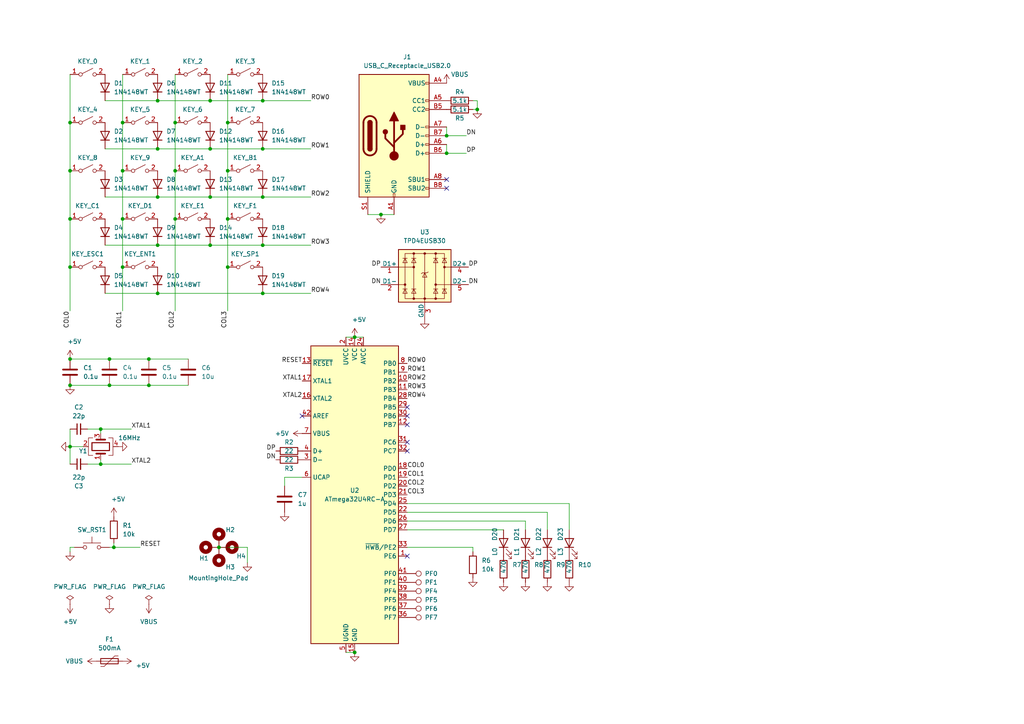
<source format=kicad_sch>
(kicad_sch (version 20210126) (generator eeschema)
  (paper "A4")
  (title_block (title "KiPad") (date "2021-04-15") (rev "A") (company "Brian S. Hong"))
  (lib_symbols
    (symbol "Connector:TestPoint" (pin_numbers hide) (pin_names (offset 0.762) hide)
      (property "Reference" "TP" (at 0 6.858 0))
      (property "Value" "TestPoint" (at 0 5.08 0))
      (symbol "TestPoint_0_1"
        (circle (center 0 3.302) (radius 0.762))
      )
      (symbol "TestPoint_1_1"
        (pin passive line (at 0 0 90) (length 2.54) (name "1") (number "1"))
      )
    )
    (symbol "Connector:USB_C_Receptacle_USB2.0" (pin_names (offset 1.016))
      (property "Reference" "J" (at -10.16 19.05 0))
      (property "Value" "USB_C_Receptacle_USB2.0" (at 19.05 19.05 0))
      (symbol "USB_C_Receptacle_USB2.0_0_0"
        (rectangle (start -0.254 -17.78) (end 0.254 -16.764))
        (rectangle (start 10.16 -14.986) (end 9.144 -15.494))
        (rectangle (start 10.16 -12.446) (end 9.144 -12.954))
        (rectangle (start 10.16 -4.826) (end 9.144 -5.334))
        (rectangle (start 10.16 -2.286) (end 9.144 -2.794))
        (rectangle (start 10.16 0.254) (end 9.144 -0.254))
        (rectangle (start 10.16 2.794) (end 9.144 2.286))
        (rectangle (start 10.16 7.874) (end 9.144 7.366))
        (rectangle (start 10.16 10.414) (end 9.144 9.906))
        (rectangle (start 10.16 15.494) (end 9.144 14.986))
      )
      (symbol "USB_C_Receptacle_USB2.0_0_1"
        (arc (start -8.89 -3.81) (end -5.08 -3.81) (radius (at -6.985 -3.81) (length 1.905) (angles -179.9 -0.1)) (stroke (width 0.508)))
        (arc (start -7.62 -3.81) (end -6.35 -3.81) (radius (at -6.985 -3.81) (length 0.635) (angles -179.9 -0.1)) (stroke (width 0.254)))
        (arc (start -7.62 -3.81) (end -6.35 -3.81) (radius (at -6.985 -3.81) (length 0.635) (angles -179.9 -0.1)) (stroke (width 0.254)) (fill (type outline)))
        (arc (start -6.35 3.81) (end -7.62 3.81) (radius (at -6.985 3.81) (length 0.635) (angles 0.1 179.9)) (stroke (width 0.254)) (fill (type outline)))
        (arc (start -6.35 3.81) (end -7.62 3.81) (radius (at -6.985 3.81) (length 0.635) (angles 0.1 179.9)) (stroke (width 0.254)))
        (arc (start -5.08 3.81) (end -8.89 3.81) (radius (at -6.985 3.81) (length 1.905) (angles 0.1 179.9)) (stroke (width 0.508)))
        (circle (center -2.54 1.143) (radius 0.635) (stroke (width 0.254)) (fill (type outline)))
        (circle (center 0 -5.842) (radius 1.27) (fill (type outline)))
        (rectangle (start -10.16 17.78) (end 10.16 -17.78) (stroke (width 0.254)) (fill (type background)))
        (rectangle (start -7.62 -3.81) (end -6.35 3.81) (stroke (width 0.254)) (fill (type outline)))
        (rectangle (start 1.905 1.778) (end 3.175 3.048) (stroke (width 0.254)) (fill (type outline)))
        (polyline (pts (xy -8.89 -3.81) (xy -8.89 3.81)) (stroke (width 0.508)))
        (polyline (pts (xy -5.08 3.81) (xy -5.08 -3.81)) (stroke (width 0.508)))
        (polyline (pts (xy 0 -5.842) (xy 0 4.318)) (stroke (width 0.508)))
        (polyline (pts (xy 0 -3.302) (xy -2.54 -0.762) (xy -2.54 0.508)) (stroke (width 0.508)))
        (polyline (pts (xy 0 -2.032) (xy 2.54 0.508) (xy 2.54 1.778)) (stroke (width 0.508)))
        (polyline (pts (xy -1.27 4.318) (xy 0 6.858) (xy 1.27 4.318) (xy -1.27 4.318)) (stroke (width 0.254)) (fill (type outline)))
      )
      (symbol "USB_C_Receptacle_USB2.0_1_1"
        (pin passive line (at 0 -22.86 90) (length 5.08) (name "GND") (number "A1"))
        (pin passive line (at 0 -22.86 90) (length 5.08) hide (name "GND") (number "A12"))
        (pin passive line (at 15.24 15.24 180) (length 5.08) (name "VBUS") (number "A4"))
        (pin bidirectional line (at 15.24 10.16 180) (length 5.08) (name "CC1") (number "A5"))
        (pin bidirectional line (at 15.24 -2.54 180) (length 5.08) (name "D+") (number "A6"))
        (pin bidirectional line (at 15.24 2.54 180) (length 5.08) (name "D-") (number "A7"))
        (pin bidirectional line (at 15.24 -12.7 180) (length 5.08) (name "SBU1") (number "A8"))
        (pin passive line (at 15.24 15.24 180) (length 5.08) hide (name "VBUS") (number "A9"))
        (pin passive line (at 0 -22.86 90) (length 5.08) hide (name "GND") (number "B1"))
        (pin passive line (at 0 -22.86 90) (length 5.08) hide (name "GND") (number "B12"))
        (pin passive line (at 15.24 15.24 180) (length 5.08) hide (name "VBUS") (number "B4"))
        (pin bidirectional line (at 15.24 7.62 180) (length 5.08) (name "CC2") (number "B5"))
        (pin bidirectional line (at 15.24 -5.08 180) (length 5.08) (name "D+") (number "B6"))
        (pin bidirectional line (at 15.24 0 180) (length 5.08) (name "D-") (number "B7"))
        (pin bidirectional line (at 15.24 -15.24 180) (length 5.08) (name "SBU2") (number "B8"))
        (pin passive line (at 15.24 15.24 180) (length 5.08) hide (name "VBUS") (number "B9"))
        (pin passive line (at -7.62 -22.86 90) (length 5.08) (name "SHIELD") (number "S1"))
      )
    )
    (symbol "Device:C" (pin_numbers hide) (pin_names (offset 0.254))
      (property "Reference" "C" (at 0.635 2.54 0))
      (property "Value" "C" (at 0.635 -2.54 0))
      (symbol "C_0_1"
        (polyline (pts (xy -2.032 -0.762) (xy 2.032 -0.762)) (stroke (width 0.508)))
        (polyline (pts (xy -2.032 0.762) (xy 2.032 0.762)) (stroke (width 0.508)))
      )
      (symbol "C_1_1"
        (pin passive line (at 0 3.81 270) (length 2.794) (name "~") (number "1"))
        (pin passive line (at 0 -3.81 90) (length 2.794) (name "~") (number "2"))
      )
    )
    (symbol "Device:C_Small" (pin_numbers hide) (pin_names (offset 0.254) hide)
      (property "Reference" "C" (at 0.254 1.778 0))
      (property "Value" "C_Small" (at 0.254 -2.032 0))
      (symbol "C_Small_0_1"
        (polyline (pts (xy -1.524 -0.508) (xy 1.524 -0.508)) (stroke (width 0.3302)))
        (polyline (pts (xy -1.524 0.508) (xy 1.524 0.508)) (stroke (width 0.3048)))
      )
      (symbol "C_Small_1_1"
        (pin passive line (at 0 2.54 270) (length 2.032) (name "~") (number "1"))
        (pin passive line (at 0 -2.54 90) (length 2.032) (name "~") (number "2"))
      )
    )
    (symbol "Device:Crystal_GND24" (pin_names (offset 1.016) hide)
      (property "Reference" "Y" (at 3.175 5.08 0))
      (property "Value" "Crystal_GND24" (at 3.175 3.175 0))
      (symbol "Crystal_GND24_0_1"
        (rectangle (start -1.143 2.54) (end 1.143 -2.54) (stroke (width 0.3048)))
        (polyline (pts (xy -2.54 0) (xy -2.032 0)))
        (polyline (pts (xy -2.032 -1.27) (xy -2.032 1.27)) (stroke (width 0.508)))
        (polyline (pts (xy 0 -3.81) (xy 0 -3.556)))
        (polyline (pts (xy 0 3.556) (xy 0 3.81)))
        (polyline (pts (xy 2.032 -1.27) (xy 2.032 1.27)) (stroke (width 0.508)))
        (polyline (pts (xy 2.032 0) (xy 2.54 0)))
        (polyline (pts (xy -2.54 -2.286) (xy -2.54 -3.556) (xy 2.54 -3.556) (xy 2.54 -2.286)))
        (polyline (pts (xy -2.54 2.286) (xy -2.54 3.556) (xy 2.54 3.556) (xy 2.54 2.286)))
      )
      (symbol "Crystal_GND24_1_1"
        (pin passive line (at -3.81 0 0) (length 1.27) (name "1") (number "1"))
        (pin passive line (at 0 5.08 270) (length 1.27) (name "2") (number "2"))
        (pin passive line (at 3.81 0 180) (length 1.27) (name "3") (number "3"))
        (pin passive line (at 0 -5.08 90) (length 1.27) (name "4") (number "4"))
      )
    )
    (symbol "Device:LED" (pin_numbers hide) (pin_names (offset 1.016) hide)
      (property "Reference" "D" (at 0 2.54 0))
      (property "Value" "LED" (at 0 -2.54 0))
      (symbol "LED_0_1"
        (polyline (pts (xy -1.27 -1.27) (xy -1.27 1.27)) (stroke (width 0.254)))
        (polyline (pts (xy -1.27 0) (xy 1.27 0)))
        (polyline (pts (xy 1.27 -1.27) (xy 1.27 1.27) (xy -1.27 0) (xy 1.27 -1.27)) (stroke (width 0.254)))
        (polyline (pts (xy -3.048 -0.762) (xy -4.572 -2.286) (xy -3.81 -2.286) (xy -4.572 -2.286) (xy -4.572 -1.524)))
        (polyline (pts (xy -1.778 -0.762) (xy -3.302 -2.286) (xy -2.54 -2.286) (xy -3.302 -2.286) (xy -3.302 -1.524)))
      )
      (symbol "LED_1_1"
        (pin passive line (at -3.81 0 0) (length 2.54) (name "K") (number "1"))
        (pin passive line (at 3.81 0 180) (length 2.54) (name "A") (number "2"))
      )
    )
    (symbol "Device:Polyfuse" (pin_numbers hide) (pin_names (offset 0))
      (property "Reference" "F" (at -2.54 0 90))
      (property "Value" "Polyfuse" (at 2.54 0 90))
      (symbol "Polyfuse_0_1"
        (rectangle (start -0.762 2.54) (end 0.762 -2.54) (stroke (width 0.254)))
        (polyline (pts (xy 0 2.54) (xy 0 -2.54)))
        (polyline (pts (xy -1.524 2.54) (xy -1.524 1.524) (xy 1.524 -1.524) (xy 1.524 -2.54)))
      )
      (symbol "Polyfuse_1_1"
        (pin passive line (at 0 3.81 270) (length 1.27) (name "~") (number "1"))
        (pin passive line (at 0 -3.81 90) (length 1.27) (name "~") (number "2"))
      )
    )
    (symbol "Device:R" (pin_numbers hide) (pin_names (offset 0))
      (property "Reference" "R" (at 2.032 0 90))
      (property "Value" "R" (at 0 0 90))
      (symbol "R_0_1"
        (rectangle (start -1.016 -2.54) (end 1.016 2.54) (stroke (width 0.254)))
      )
      (symbol "R_1_1"
        (pin passive line (at 0 3.81 270) (length 1.27) (name "~") (number "1"))
        (pin passive line (at 0 -3.81 90) (length 1.27) (name "~") (number "2"))
      )
    )
    (symbol "Diode:1N4148WT" (pin_numbers hide) (pin_names (offset 1.016) hide)
      (property "Reference" "D" (at 0 2.54 0))
      (property "Value" "1N4148WT" (at 0 -2.54 0))
      (symbol "1N4148WT_0_1"
        (polyline (pts (xy -1.27 1.27) (xy -1.27 -1.27)) (stroke (width 0.254)))
        (polyline (pts (xy 1.27 0) (xy -1.27 0)))
        (polyline (pts (xy 1.27 1.27) (xy 1.27 -1.27) (xy -1.27 0) (xy 1.27 1.27)) (stroke (width 0.254)))
      )
      (symbol "1N4148WT_1_1"
        (pin passive line (at -3.81 0 0) (length 2.54) (name "K") (number "1"))
        (pin passive line (at 3.81 0 180) (length 2.54) (name "A") (number "2"))
      )
    )
    (symbol "MCU_Microchip_ATmega:ATmega32U4RC-A"
      (property "Reference" "U" (at -12.7 44.45 0))
      (property "Value" "ATmega32U4RC-A" (at 2.54 -44.45 0))
      (symbol "ATmega32U4RC-A_0_1"
        (rectangle (start -12.7 -43.18) (end 12.7 43.18) (stroke (width 0.254)) (fill (type background)))
      )
      (symbol "ATmega32U4RC-A_1_1"
        (pin bidirectional line (at 15.24 -17.78 180) (length 2.54) (name "PE6") (number "1"))
        (pin bidirectional line (at 15.24 33.02 180) (length 2.54) (name "PB2") (number "10"))
        (pin bidirectional line (at 15.24 30.48 180) (length 2.54) (name "PB3") (number "11"))
        (pin bidirectional line (at 15.24 20.32 180) (length 2.54) (name "PB7") (number "12"))
        (pin input line (at -15.24 38.1 0) (length 2.54) (name "~RESET") (number "13"))
        (pin power_in line (at 0 45.72 270) (length 2.54) (name "VCC") (number "14"))
        (pin power_in line (at 0 -45.72 90) (length 2.54) (name "GND") (number "15"))
        (pin output line (at -15.24 27.94 0) (length 2.54) (name "XTAL2") (number "16"))
        (pin input line (at -15.24 33.02 0) (length 2.54) (name "XTAL1") (number "17"))
        (pin bidirectional line (at 15.24 7.62 180) (length 2.54) (name "PD0") (number "18"))
        (pin bidirectional line (at 15.24 5.08 180) (length 2.54) (name "PD1") (number "19"))
        (pin power_in line (at -2.54 45.72 270) (length 2.54) (name "UVCC") (number "2"))
        (pin bidirectional line (at 15.24 2.54 180) (length 2.54) (name "PD2") (number "20"))
        (pin bidirectional line (at 15.24 0 180) (length 2.54) (name "PD3") (number "21"))
        (pin bidirectional line (at 15.24 -5.08 180) (length 2.54) (name "PD5") (number "22"))
        (pin passive line (at 0 -45.72 90) (length 2.54) hide (name "GND") (number "23"))
        (pin power_in line (at 2.54 45.72 270) (length 2.54) (name "AVCC") (number "24"))
        (pin bidirectional line (at 15.24 -2.54 180) (length 2.54) (name "PD4") (number "25"))
        (pin bidirectional line (at 15.24 -7.62 180) (length 2.54) (name "PD6") (number "26"))
        (pin bidirectional line (at 15.24 -10.16 180) (length 2.54) (name "PD7") (number "27"))
        (pin bidirectional line (at 15.24 27.94 180) (length 2.54) (name "PB4") (number "28"))
        (pin bidirectional line (at 15.24 25.4 180) (length 2.54) (name "PB5") (number "29"))
        (pin bidirectional line (at -15.24 10.16 0) (length 2.54) (name "D-") (number "3"))
        (pin bidirectional line (at 15.24 22.86 180) (length 2.54) (name "PB6") (number "30"))
        (pin bidirectional line (at 15.24 15.24 180) (length 2.54) (name "PC6") (number "31"))
        (pin bidirectional line (at 15.24 12.7 180) (length 2.54) (name "PC7") (number "32"))
        (pin bidirectional line (at 15.24 -15.24 180) (length 2.54) (name "~HWB~/PE2") (number "33"))
        (pin passive line (at 0 45.72 270) (length 2.54) hide (name "VCC") (number "34"))
        (pin passive line (at 0 -45.72 90) (length 2.54) hide (name "GND") (number "35"))
        (pin bidirectional line (at 15.24 -35.56 180) (length 2.54) (name "PF7") (number "36"))
        (pin bidirectional line (at 15.24 -33.02 180) (length 2.54) (name "PF6") (number "37"))
        (pin bidirectional line (at 15.24 -30.48 180) (length 2.54) (name "PF5") (number "38"))
        (pin bidirectional line (at 15.24 -27.94 180) (length 2.54) (name "PF4") (number "39"))
        (pin bidirectional line (at -15.24 12.7 0) (length 2.54) (name "D+") (number "4"))
        (pin bidirectional line (at 15.24 -25.4 180) (length 2.54) (name "PF1") (number "40"))
        (pin bidirectional line (at 15.24 -22.86 180) (length 2.54) (name "PF0") (number "41"))
        (pin passive line (at -15.24 22.86 0) (length 2.54) (name "AREF") (number "42"))
        (pin passive line (at 0 -45.72 90) (length 2.54) hide (name "GND") (number "43"))
        (pin passive line (at 2.54 45.72 270) (length 2.54) hide (name "AVCC") (number "44"))
        (pin passive line (at -2.54 -45.72 90) (length 2.54) (name "UGND") (number "5"))
        (pin passive line (at -15.24 5.08 0) (length 2.54) (name "UCAP") (number "6"))
        (pin input line (at -15.24 17.78 0) (length 2.54) (name "VBUS") (number "7"))
        (pin bidirectional line (at 15.24 38.1 180) (length 2.54) (name "PB0") (number "8"))
        (pin bidirectional line (at 15.24 35.56 180) (length 2.54) (name "PB1") (number "9"))
      )
    )
    (symbol "Mechanical:MountingHole_Pad" (pin_numbers hide) (pin_names (offset 1.016) hide)
      (property "Reference" "H" (at 0 6.35 0))
      (property "Value" "MountingHole_Pad" (at 0 4.445 0))
      (symbol "MountingHole_Pad_0_1"
        (circle (center 0 1.27) (radius 1.27) (stroke (width 1.27)))
      )
      (symbol "MountingHole_Pad_1_1"
        (pin input line (at 0 -2.54 90) (length 2.54) (name "1") (number "1"))
      )
    )
    (symbol "Power_Protection:TPD4EUSB30" (pin_names (offset 0))
      (property "Reference" "U" (at -0.635 8.89 0))
      (property "Value" "TPD4EUSB30" (at 8.89 -10.16 0))
      (symbol "TPD4EUSB30_0_0"
        (rectangle (start -5.715 6.477) (end 5.715 -6.604))
        (polyline (pts (xy -3.175 -6.604) (xy -3.175 6.477)))
        (polyline (pts (xy 0 6.477) (xy 0 -6.604)))
        (polyline (pts (xy 3.175 6.477) (xy 3.175 -6.604)))
      )
      (symbol "TPD4EUSB30_0_1"
        (circle (center -5.715 -2.54) (radius 0.2794) (fill (type outline)))
        (circle (center -3.175 -6.604) (radius 0.2794) (fill (type outline)))
        (circle (center -3.175 2.54) (radius 0.2794) (fill (type outline)))
        (circle (center -3.175 6.477) (radius 0.2794) (fill (type outline)))
        (circle (center 0 -6.604) (radius 0.2794) (fill (type outline)))
        (circle (center 0 6.477) (radius 0.2794) (fill (type outline)))
        (circle (center 3.175 -6.604) (radius 0.2794) (fill (type outline)))
        (circle (center 3.175 -2.54) (radius 0.2794) (fill (type outline)))
        (circle (center 3.175 6.477) (radius 0.2794) (fill (type outline)))
        (circle (center 5.715 2.54) (radius 0.2794) (fill (type outline)))
        (rectangle (start -7.62 7.62) (end 7.62 -7.62) (stroke (width 0.254)) (fill (type background)))
        (polyline (pts (xy -7.747 2.54) (xy -3.175 2.54)))
        (polyline (pts (xy -7.62 -2.54) (xy -5.715 -2.54)))
        (polyline (pts (xy -5.08 -3.81) (xy -6.35 -3.81)))
        (polyline (pts (xy -5.08 5.08) (xy -6.35 5.08)))
        (polyline (pts (xy -2.54 -3.81) (xy -3.81 -3.81)))
        (polyline (pts (xy -2.54 5.08) (xy -3.81 5.08)))
        (polyline (pts (xy -0.635 0.889) (xy -1.016 0.635)))
        (polyline (pts (xy 0 -6.604) (xy 0 -7.62)))
        (polyline (pts (xy 0.635 0.889) (xy -0.635 0.889)))
        (polyline (pts (xy 0.635 0.889) (xy 1.016 1.143)))
        (polyline (pts (xy 3.81 -3.81) (xy 2.54 -3.81)))
        (polyline (pts (xy 3.81 5.08) (xy 2.54 5.08)))
        (polyline (pts (xy 6.35 -3.81) (xy 5.08 -3.81)))
        (polyline (pts (xy 6.35 5.08) (xy 5.08 5.08)))
        (polyline (pts (xy 7.62 -2.54) (xy 3.175 -2.54)))
        (polyline (pts (xy 7.62 2.54) (xy 5.715 2.54)))
        (polyline (pts (xy -5.08 -5.08) (xy -6.35 -5.08) (xy -5.715 -3.81) (xy -5.08 -5.08)))
        (polyline (pts (xy -5.08 3.81) (xy -6.35 3.81) (xy -5.715 5.08) (xy -5.08 3.81)))
        (polyline (pts (xy -2.54 -5.08) (xy -3.81 -5.08) (xy -3.175 -3.81) (xy -2.54 -5.08)))
        (polyline (pts (xy -2.54 3.81) (xy -3.81 3.81) (xy -3.175 5.08) (xy -2.54 3.81)))
        (polyline (pts (xy 0.635 -0.381) (xy -0.635 -0.381) (xy 0 0.889) (xy 0.635 -0.381)))
        (polyline (pts (xy 3.81 -5.08) (xy 2.54 -5.08) (xy 3.175 -3.81) (xy 3.81 -5.08)))
        (polyline (pts (xy 3.81 3.81) (xy 2.54 3.81) (xy 3.175 5.08) (xy 3.81 3.81)))
        (polyline (pts (xy 6.35 -5.08) (xy 5.08 -5.08) (xy 5.715 -3.81) (xy 6.35 -5.08)))
        (polyline (pts (xy 6.35 3.81) (xy 5.08 3.81) (xy 5.715 5.08) (xy 6.35 3.81)))
      )
      (symbol "TPD4EUSB30_1_1"
        (pin passive line (at -12.7 2.54 0) (length 5.08) (name "D1+") (number "1"))
        (pin no_connect line (at -5.08 7.62 0) (length 5.08) hide (name "NC") (number "10"))
        (pin passive line (at -12.7 -2.54 0) (length 5.08) (name "D1-") (number "2"))
        (pin power_in line (at 0 -12.7 90) (length 5.08) (name "GND") (number "3"))
        (pin passive line (at 12.7 2.54 180) (length 5.08) (name "D2+") (number "4"))
        (pin passive line (at 12.7 -2.54 180) (length 5.08) (name "D2-") (number "5"))
        (pin no_connect line (at 5.08 -7.62 180) (length 5.08) hide (name "NC") (number "6"))
        (pin no_connect line (at 5.08 7.62 180) (length 5.08) hide (name "NC") (number "7"))
        (pin passive line (at 0 -12.7 90) (length 5.08) hide (name "GND") (number "8"))
        (pin no_connect line (at -5.08 -7.62 0) (length 5.08) hide (name "NC") (number "9"))
      )
    )
    (symbol "Switch:SW_Push" (pin_numbers hide) (pin_names (offset 1.016) hide)
      (property "Reference" "SW" (at 1.27 2.54 0))
      (property "Value" "SW_Push" (at 0 -1.524 0))
      (symbol "SW_Push_0_1"
        (circle (center -2.032 0) (radius 0.508))
        (circle (center 2.032 0) (radius 0.508))
        (polyline (pts (xy 0 1.27) (xy 0 3.048)))
        (polyline (pts (xy 2.54 1.27) (xy -2.54 1.27)))
        (pin passive line (at -5.08 0 0) (length 2.54) (name "1") (number "1"))
        (pin passive line (at 5.08 0 180) (length 2.54) (name "2") (number "2"))
      )
    )
    (symbol "Switch:SW_SPST" (pin_names (offset 0) hide)
      (property "Reference" "SW" (at 0 3.175 0))
      (property "Value" "SW_SPST" (at 0 -2.54 0))
      (symbol "SW_SPST_0_0"
        (circle (center -2.032 0) (radius 0.508))
        (circle (center 2.032 0) (radius 0.508))
        (polyline (pts (xy -1.524 0.254) (xy 1.524 1.778)))
      )
      (symbol "SW_SPST_1_1"
        (pin passive line (at -5.08 0 0) (length 2.54) (name "A") (number "1"))
        (pin passive line (at 5.08 0 180) (length 2.54) (name "B") (number "2"))
      )
    )
    (symbol "power:+5V" (power) (pin_names (offset 0))
      (property "Value" "+5V" (at 0 3.556 0))
      (symbol "+5V_0_1"
        (polyline (pts (xy -0.762 1.27) (xy 0 2.54)))
        (polyline (pts (xy 0 0) (xy 0 2.54)))
        (polyline (pts (xy 0 2.54) (xy 0.762 1.27)))
      )
      (symbol "+5V_1_1"
        (pin power_in line (at 0 0 90) (length 0) hide (name "+5V") (number "1"))
      )
    )
    (symbol "power:GND" (power) (pin_names (offset 0))
      (property "Value" "GND" (at 0 -3.81 0))
      (symbol "GND_0_1"
        (polyline (pts (xy 0 0) (xy 0 -1.27) (xy 1.27 -1.27) (xy 0 -2.54) (xy -1.27 -1.27) (xy 0 -1.27)))
      )
      (symbol "GND_1_1"
        (pin power_in line (at 0 0 270) (length 0) hide (name "GND") (number "1"))
      )
    )
    (symbol "power:PWR_FLAG" (power) (pin_numbers hide) (pin_names (offset 0) hide)
      (property "Value" "PWR_FLAG" (at 0 3.81 0))
      (symbol "PWR_FLAG_0_0"
        (pin power_out line (at 0 0 90) (length 0) (name "pwr") (number "1"))
      )
      (symbol "PWR_FLAG_0_1"
        (polyline (pts (xy 0 0) (xy 0 1.27) (xy -1.016 1.905) (xy 0 2.54) (xy 1.016 1.905) (xy 0 1.27)))
      )
    )
    (symbol "power:VBUS" (power) (pin_names (offset 0))
      (property "Value" "VBUS" (at 0 3.81 0))
      (symbol "VBUS_0_1"
        (polyline (pts (xy -0.762 1.27) (xy 0 2.54)))
        (polyline (pts (xy 0 0) (xy 0 2.54)))
        (polyline (pts (xy 0 2.54) (xy 0.762 1.27)))
      )
      (symbol "VBUS_1_1"
        (pin power_in line (at 0 0 90) (length 0) hide (name "VBUS") (number "1"))
      )
    )
  )
  (junction (at 20.32 35.56) (diameter 0.9144))
  (junction (at 20.32 49.53) (diameter 0.9144))
  (junction (at 20.32 63.5) (diameter 0.9144))
  (junction (at 20.32 77.47) (diameter 0.9144))
  (junction (at 20.32 104.14) (diameter 0.9144))
  (junction (at 20.32 111.76) (diameter 0.9144))
  (junction (at 20.32 129.54) (diameter 0.9144))
  (junction (at 29.21 124.46) (diameter 0.9144))
  (junction (at 29.21 134.62) (diameter 0.9144))
  (junction (at 31.75 104.14) (diameter 0.9144))
  (junction (at 31.75 111.76) (diameter 0.9144))
  (junction (at 33.02 158.75) (diameter 0.9144))
  (junction (at 35.56 35.56) (diameter 0.9144))
  (junction (at 35.56 49.53) (diameter 0.9144))
  (junction (at 35.56 63.5) (diameter 0.9144))
  (junction (at 35.56 77.47) (diameter 0.9144))
  (junction (at 43.18 104.14) (diameter 0.9144))
  (junction (at 43.18 111.76) (diameter 0.9144))
  (junction (at 45.72 29.21) (diameter 0.9144))
  (junction (at 45.72 43.18) (diameter 0.9144))
  (junction (at 45.72 57.15) (diameter 0.9144))
  (junction (at 45.72 71.12) (diameter 0.9144))
  (junction (at 45.72 85.09) (diameter 0.9144))
  (junction (at 50.8 35.56) (diameter 0.9144))
  (junction (at 50.8 49.53) (diameter 0.9144))
  (junction (at 50.8 63.5) (diameter 0.9144))
  (junction (at 60.96 29.21) (diameter 0.9144))
  (junction (at 60.96 43.18) (diameter 0.9144))
  (junction (at 60.96 57.15) (diameter 0.9144))
  (junction (at 60.96 71.12) (diameter 0.9144))
  (junction (at 63.5 158.75) (diameter 0.9144))
  (junction (at 66.04 35.56) (diameter 0.9144))
  (junction (at 66.04 49.53) (diameter 0.9144))
  (junction (at 66.04 63.5) (diameter 0.9144))
  (junction (at 66.04 77.47) (diameter 0.9144))
  (junction (at 76.2 29.21) (diameter 0.9144))
  (junction (at 76.2 43.18) (diameter 0.9144))
  (junction (at 76.2 57.15) (diameter 0.9144))
  (junction (at 76.2 71.12) (diameter 0.9144))
  (junction (at 76.2 85.09) (diameter 0.9144))
  (junction (at 102.87 97.79) (diameter 0.9144))
  (junction (at 102.87 189.23) (diameter 0.9144))
  (junction (at 110.49 62.23) (diameter 0.9144))
  (junction (at 129.54 39.37) (diameter 0.9144))
  (junction (at 129.54 44.45) (diameter 0.9144))
  (junction (at 138.43 31.75) (diameter 0.9144))
  (no_connect (at 87.63 120.65))
  (no_connect (at 118.11 118.11))
  (no_connect (at 118.11 120.65))
  (no_connect (at 118.11 123.19))
  (no_connect (at 118.11 128.27))
  (no_connect (at 118.11 130.81))
  (no_connect (at 118.11 161.29))
  (no_connect (at 129.54 52.07))
  (no_connect (at 129.54 54.61))
  (wire (pts (xy 20.32 21.59) (xy 20.32 35.56)))
  (wire (pts (xy 20.32 35.56) (xy 20.32 49.53)))
  (wire (pts (xy 20.32 49.53) (xy 20.32 63.5)))
  (wire (pts (xy 20.32 63.5) (xy 20.32 77.47)))
  (wire (pts (xy 20.32 77.47) (xy 20.32 90.17)))
  (wire (pts (xy 20.32 104.14) (xy 31.75 104.14)))
  (wire (pts (xy 20.32 111.76) (xy 31.75 111.76)))
  (wire (pts (xy 20.32 124.46) (xy 20.32 129.54)))
  (wire (pts (xy 20.32 129.54) (xy 20.32 134.62)))
  (wire (pts (xy 20.32 129.54) (xy 24.13 129.54)))
  (wire (pts (xy 20.32 158.75) (xy 21.59 158.75)))
  (wire (pts (xy 20.32 160.02) (xy 20.32 158.75)))
  (wire (pts (xy 25.4 134.62) (xy 29.21 134.62)))
  (wire (pts (xy 29.21 124.46) (xy 25.4 124.46)))
  (wire (pts (xy 29.21 124.46) (xy 38.1 124.46)))
  (wire (pts (xy 29.21 125.73) (xy 29.21 124.46)))
  (wire (pts (xy 29.21 134.62) (xy 29.21 133.35)))
  (wire (pts (xy 29.21 134.62) (xy 38.1 134.62)))
  (wire (pts (xy 30.48 29.21) (xy 45.72 29.21)))
  (wire (pts (xy 30.48 43.18) (xy 45.72 43.18)))
  (wire (pts (xy 30.48 57.15) (xy 45.72 57.15)))
  (wire (pts (xy 30.48 71.12) (xy 45.72 71.12)))
  (wire (pts (xy 30.48 85.09) (xy 45.72 85.09)))
  (wire (pts (xy 31.75 104.14) (xy 43.18 104.14)))
  (wire (pts (xy 31.75 111.76) (xy 43.18 111.76)))
  (wire (pts (xy 31.75 158.75) (xy 33.02 158.75)))
  (wire (pts (xy 33.02 158.75) (xy 33.02 157.48)))
  (wire (pts (xy 33.02 158.75) (xy 40.64 158.75)))
  (wire (pts (xy 35.56 21.59) (xy 35.56 35.56)))
  (wire (pts (xy 35.56 35.56) (xy 35.56 49.53)))
  (wire (pts (xy 35.56 49.53) (xy 35.56 63.5)))
  (wire (pts (xy 35.56 63.5) (xy 35.56 77.47)))
  (wire (pts (xy 35.56 77.47) (xy 35.56 90.17)))
  (wire (pts (xy 43.18 104.14) (xy 54.61 104.14)))
  (wire (pts (xy 43.18 111.76) (xy 54.61 111.76)))
  (wire (pts (xy 45.72 29.21) (xy 60.96 29.21)))
  (wire (pts (xy 45.72 43.18) (xy 60.96 43.18)))
  (wire (pts (xy 45.72 57.15) (xy 60.96 57.15)))
  (wire (pts (xy 45.72 71.12) (xy 60.96 71.12)))
  (wire (pts (xy 45.72 85.09) (xy 76.2 85.09)))
  (wire (pts (xy 50.8 21.59) (xy 50.8 35.56)))
  (wire (pts (xy 50.8 35.56) (xy 50.8 49.53)))
  (wire (pts (xy 50.8 49.53) (xy 50.8 63.5)))
  (wire (pts (xy 50.8 63.5) (xy 50.8 90.17)))
  (wire (pts (xy 60.96 29.21) (xy 76.2 29.21)))
  (wire (pts (xy 60.96 43.18) (xy 76.2 43.18)))
  (wire (pts (xy 60.96 57.15) (xy 76.2 57.15)))
  (wire (pts (xy 60.96 71.12) (xy 76.2 71.12)))
  (wire (pts (xy 63.5 158.75) (xy 71.755 158.75)))
  (wire (pts (xy 66.04 21.59) (xy 66.04 35.56)))
  (wire (pts (xy 66.04 35.56) (xy 66.04 49.53)))
  (wire (pts (xy 66.04 49.53) (xy 66.04 63.5)))
  (wire (pts (xy 66.04 63.5) (xy 66.04 77.47)))
  (wire (pts (xy 66.04 77.47) (xy 66.04 90.17)))
  (wire (pts (xy 71.755 158.75) (xy 71.755 163.195)))
  (wire (pts (xy 76.2 29.21) (xy 90.17 29.21)))
  (wire (pts (xy 76.2 43.18) (xy 90.17 43.18)))
  (wire (pts (xy 76.2 57.15) (xy 90.17 57.15)))
  (wire (pts (xy 76.2 71.12) (xy 90.17 71.12)))
  (wire (pts (xy 76.2 85.09) (xy 90.17 85.09)))
  (wire (pts (xy 82.55 138.43) (xy 87.63 138.43)))
  (wire (pts (xy 82.55 140.97) (xy 82.55 138.43)))
  (wire (pts (xy 100.33 97.79) (xy 102.87 97.79)))
  (wire (pts (xy 100.33 189.23) (xy 102.87 189.23)))
  (wire (pts (xy 102.87 97.79) (xy 105.41 97.79)))
  (wire (pts (xy 106.68 62.23) (xy 110.49 62.23)))
  (wire (pts (xy 110.49 62.23) (xy 114.3 62.23)))
  (wire (pts (xy 118.11 146.05) (xy 165.1 146.05)))
  (wire (pts (xy 118.11 148.59) (xy 158.75 148.59)))
  (wire (pts (xy 118.11 151.13) (xy 152.4 151.13)))
  (wire (pts (xy 118.11 153.67) (xy 146.05 153.67)))
  (wire (pts (xy 118.11 158.75) (xy 137.16 158.75)))
  (wire (pts (xy 129.54 36.83) (xy 129.54 39.37)))
  (wire (pts (xy 129.54 39.37) (xy 135.255 39.37)))
  (wire (pts (xy 129.54 41.91) (xy 129.54 44.45)))
  (wire (pts (xy 129.54 44.45) (xy 135.255 44.45)))
  (wire (pts (xy 137.16 29.21) (xy 138.43 29.21)))
  (wire (pts (xy 137.16 31.75) (xy 138.43 31.75)))
  (wire (pts (xy 137.16 158.75) (xy 137.16 160.02)))
  (wire (pts (xy 138.43 29.21) (xy 138.43 31.75)))
  (wire (pts (xy 152.4 151.13) (xy 152.4 153.67)))
  (wire (pts (xy 158.75 148.59) (xy 158.75 153.67)))
  (wire (pts (xy 165.1 146.05) (xy 165.1 153.67)))
  (label "COL0" (at 20.32 90.17 270))
  (label "COL1" (at 35.56 90.17 270))
  (label "XTAL1" (at 38.1 124.46 0))
  (label "XTAL2" (at 38.1 134.62 0))
  (label "RESET" (at 40.64 158.75 0))
  (label "COL2" (at 50.8 90.17 270))
  (label "COL3" (at 66.04 90.17 270))
  (label "DP" (at 80.01 130.81 180))
  (label "DN" (at 80.01 133.35 180))
  (label "RESET" (at 87.63 105.41 180))
  (label "XTAL1" (at 87.63 110.49 180))
  (label "XTAL2" (at 87.63 115.57 180))
  (label "ROW0" (at 90.17 29.21 0))
  (label "ROW1" (at 90.17 43.18 0))
  (label "ROW2" (at 90.17 57.15 0))
  (label "ROW3" (at 90.17 71.12 0))
  (label "ROW4" (at 90.17 85.09 0))
  (label "DP" (at 110.49 77.47 180))
  (label "DN" (at 110.49 82.55 180))
  (label "ROW0" (at 118.11 105.41 0))
  (label "ROW1" (at 118.11 107.95 0))
  (label "ROW2" (at 118.11 110.49 0))
  (label "ROW3" (at 118.11 113.03 0))
  (label "ROW4" (at 118.11 115.57 0))
  (label "COL0" (at 118.11 135.89 0))
  (label "COL1" (at 118.11 138.43 0))
  (label "COL2" (at 118.11 140.97 0))
  (label "COL3" (at 118.11 143.51 0))
  (label "DN" (at 135.255 39.37 0))
  (label "DP" (at 135.255 44.45 0))
  (label "DP" (at 135.89 77.47 0))
  (label "DN" (at 135.89 82.55 0))
  (symbol (lib_id "power:PWR_FLAG") (at 20.32 175.26 0) (unit 1)
    (property "Reference" "#FLG01" (effects hide))
    (property "Value" "PWR_FLAG" (at 20.32 170.18 0))
  )
  (symbol (lib_id "power:PWR_FLAG") (at 31.75 175.26 0) (unit 1)
    (property "Reference" "#FLG02" (effects hide))
    (property "Value" "PWR_FLAG" (at 31.75 170.18 0))
  )
  (symbol (lib_id "power:PWR_FLAG") (at 43.18 175.26 0) (unit 1)
    (property "Reference" "#FLG03" (effects hide))
    (property "Value" "PWR_FLAG" (at 43.18 170.18 0))
  )
  (symbol (lib_id "Connector:TestPoint") (at 118.11 166.37 270) (unit 1)
    (property "Reference" "PF0" (at 123.19 166.37 90) (effects (justify left)))
    (property "Value" "TestPoint" (effects hide))
    (property "Footprint" "TestPoint:TestPoint_Pad_1.0x1.0mm" (effects hide))
  )
  (symbol (lib_id "Connector:TestPoint") (at 118.11 168.91 270) (unit 1)
    (property "Reference" "PF1" (at 123.19 168.91 90) (effects (justify left)))
    (property "Value" "TestPoint" (effects hide))
    (property "Footprint" "TestPoint:TestPoint_Pad_1.0x1.0mm" (effects hide))
  )
  (symbol (lib_id "Connector:TestPoint") (at 118.11 171.45 270) (unit 1)
    (property "Reference" "PF4" (at 123.19 171.45 90) (effects (justify left)))
    (property "Value" "TestPoint" (effects hide))
    (property "Footprint" "TestPoint:TestPoint_Pad_1.0x1.0mm" (effects hide))
  )
  (symbol (lib_id "Connector:TestPoint") (at 118.11 173.99 270) (unit 1)
    (property "Reference" "PF5" (at 123.19 173.99 90) (effects (justify left)))
    (property "Value" "TestPoint" (effects hide))
    (property "Footprint" "TestPoint:TestPoint_Pad_1.0x1.0mm" (effects hide))
  )
  (symbol (lib_id "Connector:TestPoint") (at 118.11 176.53 270) (unit 1)
    (property "Reference" "PF6" (at 123.19 176.53 90) (effects (justify left)))
    (property "Value" "TestPoint" (effects hide))
    (property "Footprint" "TestPoint:TestPoint_Pad_1.0x1.0mm" (effects hide))
  )
  (symbol (lib_id "Connector:TestPoint") (at 118.11 179.07 270) (unit 1)
    (property "Reference" "PF7" (at 123.19 179.07 90) (effects (justify left)))
    (property "Value" "TestPoint" (effects hide))
    (property "Footprint" "TestPoint:TestPoint_Pad_1.0x1.0mm" (effects hide))
  )
  (symbol (lib_id "power:+5V") (at 20.32 104.14 0) (unit 1)
    (property "Reference" "#PWR01" (effects hide))
    (property "Value" "+5V" (at 21.59 99.06 0))
  )
  (symbol (lib_id "power:+5V") (at 20.32 175.26 180) (unit 1)
    (property "Reference" "#PWR05" (effects hide))
    (property "Value" "+5V" (at 20.32 180.34 0))
  )
  (symbol (lib_id "power:VBUS") (at 27.94 191.77 90) (unit 1)
    (property "Reference" "#PWR06" (effects hide))
    (property "Value" "VBUS" (at 24.13 191.77 90) (effects (justify left)))
  )
  (symbol (lib_id "power:+5V") (at 33.02 149.86 0) (unit 1)
    (property "Reference" "#PWR08" (effects hide))
    (property "Value" "+5V" (at 34.29 144.78 0))
  )
  (symbol (lib_id "power:+5V") (at 35.56 191.77 270) (unit 1)
    (property "Reference" "#PWR010" (effects hide))
    (property "Value" "+5V" (at 39.37 193.04 90) (effects (justify left)))
  )
  (symbol (lib_id "power:VBUS") (at 43.18 175.26 180) (unit 1)
    (property "Reference" "#PWR011" (effects hide))
    (property "Value" "VBUS" (at 43.18 180.34 0))
  )
  (symbol (lib_id "power:+5V") (at 87.63 125.73 90) (unit 1)
    (property "Reference" "#PWR015" (effects hide))
    (property "Value" "+5V" (at 83.82 125.73 90) (effects (justify left)))
  )
  (symbol (lib_id "power:+5V") (at 102.87 97.79 0) (unit 1)
    (property "Reference" "#PWR016" (effects hide))
    (property "Value" "+5V" (at 104.14 92.71 0))
  )
  (symbol (lib_id "power:VBUS") (at 129.54 24.13 0) (unit 1)
    (property "Reference" "#PWR020" (effects hide))
    (property "Value" "VBUS" (at 133.35 21.59 0))
  )
  (symbol (lib_id "power:GND") (at 20.32 111.76 0) (unit 1)
    (property "Reference" "#PWR02" (effects hide))
    (property "Value" "GND" (effects hide))
  )
  (symbol (lib_id "power:GND") (at 20.32 129.54 270) (unit 1)
    (property "Reference" "#PWR03" (effects hide))
    (property "Value" "GND" (effects hide))
  )
  (symbol (lib_id "power:GND") (at 20.32 160.02 0) (unit 1)
    (property "Reference" "#PWR04" (effects hide))
    (property "Value" "GND" (effects hide))
  )
  (symbol (lib_id "power:GND") (at 31.75 175.26 0) (unit 1)
    (property "Reference" "#PWR07" (effects hide))
    (property "Value" "GND" (effects hide))
  )
  (symbol (lib_id "power:GND") (at 34.29 129.54 90) (unit 1)
    (property "Reference" "#PWR09" (effects hide))
    (property "Value" "GND" (effects hide))
  )
  (symbol (lib_id "power:GND") (at 71.755 163.195 0) (unit 1)
    (property "Reference" "#PWR0101" (effects hide))
    (property "Value" "GND" (effects hide))
  )
  (symbol (lib_id "power:GND") (at 82.55 148.59 0) (unit 1)
    (property "Reference" "#PWR014" (effects hide))
    (property "Value" "GND" (effects hide))
  )
  (symbol (lib_id "power:GND") (at 102.87 189.23 0) (unit 1)
    (property "Reference" "#PWR017" (effects hide))
    (property "Value" "GND" (effects hide))
  )
  (symbol (lib_id "power:GND") (at 110.49 62.23 0) (unit 1)
    (property "Reference" "#PWR018" (effects hide))
    (property "Value" "GND" (effects hide))
  )
  (symbol (lib_id "power:GND") (at 123.19 92.71 0) (unit 1)
    (property "Reference" "#PWR019" (effects hide))
    (property "Value" "GND" (effects hide))
  )
  (symbol (lib_id "power:GND") (at 137.16 167.64 0) (unit 1)
    (property "Reference" "#PWR021" (effects hide))
    (property "Value" "GND" (effects hide))
  )
  (symbol (lib_id "power:GND") (at 138.43 31.75 0) (unit 1)
    (property "Reference" "#PWR022" (effects hide))
    (property "Value" "GND" (effects hide))
  )
  (symbol (lib_id "power:GND") (at 146.05 168.91 0) (unit 1)
    (property "Reference" "#PWR023" (effects hide))
    (property "Value" "GND" (effects hide))
  )
  (symbol (lib_id "power:GND") (at 152.4 168.91 0) (unit 1)
    (property "Reference" "#PWR024" (effects hide))
    (property "Value" "GND" (effects hide))
  )
  (symbol (lib_id "power:GND") (at 158.75 168.91 0) (unit 1)
    (property "Reference" "#PWR025" (effects hide))
    (property "Value" "GND" (effects hide))
  )
  (symbol (lib_id "power:GND") (at 165.1 168.91 0) (unit 1)
    (property "Reference" "#PWR026" (effects hide))
    (property "Value" "GND" (effects hide))
  )
  (symbol (lib_id "Device:R") (at 33.02 153.67 0) (unit 1)
    (property "Reference" "R1" (at 35.56 152.4 0) (effects (justify left)))
    (property "Value" "10k" (at 35.56 154.94 0) (effects (justify left)))
    (property "Footprint" "Resistor_SMD:R_0805_2012Metric" (effects hide))
  )
  (symbol (lib_id "Device:R") (at 83.82 130.81 90) (unit 1)
    (property "Reference" "R2" (at 83.82 128.27 90))
    (property "Value" "22" (at 83.82 130.81 90))
    (property "Footprint" "Resistor_SMD:R_0805_2012Metric" (effects hide))
  )
  (symbol (lib_id "Device:R") (at 83.82 133.35 270) (unit 1)
    (property "Reference" "R3" (at 83.82 135.89 90))
    (property "Value" "22" (at 83.82 133.35 90))
    (property "Footprint" "Resistor_SMD:R_0805_2012Metric" (effects hide))
  )
  (symbol (lib_id "Device:R") (at 133.35 29.21 90) (unit 1)
    (property "Reference" "R4" (at 133.35 26.67 90))
    (property "Value" "5.1k" (at 133.35 29.21 90))
    (property "Footprint" "Resistor_SMD:R_0805_2012Metric" (effects hide))
  )
  (symbol (lib_id "Device:R") (at 133.35 31.75 270) (unit 1)
    (property "Reference" "R5" (at 133.35 34.29 90))
    (property "Value" "5.1k" (at 133.35 31.75 90))
    (property "Footprint" "Resistor_SMD:R_0805_2012Metric" (effects hide))
  )
  (symbol (lib_id "Device:R") (at 137.16 163.83 0) (unit 1)
    (property "Reference" "R6" (at 139.7 162.56 0) (effects (justify left)))
    (property "Value" "10k" (at 139.7 165.1 0) (effects (justify left)))
    (property "Footprint" "Resistor_SMD:R_0805_2012Metric" (effects hide))
  )
  (symbol (lib_id "Device:R") (at 146.05 165.1 0) (unit 1)
    (property "Reference" "R7" (at 148.59 163.83 0) (effects (justify left)))
    (property "Value" "470" (at 146.05 166.37 90) (effects (justify left)))
    (property "Footprint" "Resistor_SMD:R_0805_2012Metric" (effects hide))
  )
  (symbol (lib_id "Device:R") (at 152.4 165.1 0) (unit 1)
    (property "Reference" "R8" (at 154.94 163.83 0) (effects (justify left)))
    (property "Value" "470" (at 152.4 166.37 90) (effects (justify left)))
    (property "Footprint" "Resistor_SMD:R_0805_2012Metric" (effects hide))
  )
  (symbol (lib_id "Device:R") (at 158.75 165.1 0) (unit 1)
    (property "Reference" "R9" (at 161.29 163.83 0) (effects (justify left)))
    (property "Value" "470" (at 158.75 166.37 90) (effects (justify left)))
    (property "Footprint" "Resistor_SMD:R_0805_2012Metric" (effects hide))
  )
  (symbol (lib_id "Device:R") (at 165.1 165.1 0) (unit 1)
    (property "Reference" "R10" (at 167.64 163.83 0) (effects (justify left)))
    (property "Value" "470" (at 165.1 166.37 90) (effects (justify left)))
    (property "Footprint" "Resistor_SMD:R_0805_2012Metric" (effects hide))
  )
  (symbol (lib_id "Device:C_Small") (at 22.86 124.46 90) (unit 1)
    (property "Reference" "C2" (at 22.86 118.11 90))
    (property "Value" "22p" (at 22.86 120.65 90))
    (property "Footprint" "Capacitor_SMD:C_0805_2012Metric" (effects hide))
  )
  (symbol (lib_id "Device:C_Small") (at 22.86 134.62 90) (unit 1)
    (property "Reference" "C3" (at 22.86 140.97 90))
    (property "Value" "22p" (at 22.86 138.43 90))
    (property "Footprint" "Capacitor_SMD:C_0805_2012Metric" (effects hide))
  )
  (symbol (lib_id "Mechanical:MountingHole_Pad") (at 60.96 158.75 90) (unit 1)
    (property "Reference" "H1" (at 57.785 161.925 90) (effects (justify right)))
    (property "Value" "MountingHole_Pad" (effects hide))
    (property "Footprint" "MountingHole:MountingHole_2.2mm_M2_Pad" (effects hide))
  )
  (symbol (lib_id "Mechanical:MountingHole_Pad") (at 63.5 156.21 0) (unit 1)
    (property "Reference" "H2" (at 65.405 153.67 0) (effects (justify left)))
    (property "Value" "MountingHole_Pad" (effects hide))
    (property "Footprint" "MountingHole:MountingHole_2.2mm_M2_Pad" (effects hide))
  )
  (symbol (lib_id "Mechanical:MountingHole_Pad") (at 63.5 161.29 180) (unit 1)
    (property "Reference" "H3" (at 65.405 164.465 0) (effects (justify right)))
    (property "Value" "MountingHole_Pad" (at 54.61 167.64 0) (effects (justify right)))
    (property "Footprint" "MountingHole:MountingHole_2.2mm_M2_Pad" (effects hide))
  )
  (symbol (lib_id "Mechanical:MountingHole_Pad") (at 66.04 158.75 270) (unit 1)
    (property "Reference" "H4" (at 68.58 161.29 90) (effects (justify left)))
    (property "Value" "MountingHole_Pad" (effects hide))
    (property "Footprint" "MountingHole:MountingHole_2.2mm_M2_Pad" (effects hide))
  )
  (symbol (lib_id "Diode:1N4148WT") (at 30.48 25.4 90) (unit 1)
    (property "Reference" "D1" (at 33.02 24.13 90) (effects (justify right)))
    (property "Value" "1N4148WT" (at 33.02 26.67 90) (effects (justify right)))
    (property "Footprint" "Diode_SMD:D_SOD-523" (effects hide))
    (property "Datasheet" "https://www.diodes.com/assets/Datasheets/ds30396.pdf" (effects hide))
  )
  (symbol (lib_id "Diode:1N4148WT") (at 30.48 39.37 90) (unit 1)
    (property "Reference" "D2" (at 33.02 38.1 90) (effects (justify right)))
    (property "Value" "1N4148WT" (at 33.02 40.64 90) (effects (justify right)))
    (property "Footprint" "Diode_SMD:D_SOD-523" (effects hide))
    (property "Datasheet" "https://www.diodes.com/assets/Datasheets/ds30396.pdf" (effects hide))
  )
  (symbol (lib_id "Diode:1N4148WT") (at 30.48 53.34 90) (unit 1)
    (property "Reference" "D3" (at 33.02 52.07 90) (effects (justify right)))
    (property "Value" "1N4148WT" (at 33.02 54.61 90) (effects (justify right)))
    (property "Footprint" "Diode_SMD:D_SOD-523" (effects hide))
    (property "Datasheet" "https://www.diodes.com/assets/Datasheets/ds30396.pdf" (effects hide))
  )
  (symbol (lib_id "Diode:1N4148WT") (at 30.48 67.31 90) (unit 1)
    (property "Reference" "D4" (at 33.02 66.04 90) (effects (justify right)))
    (property "Value" "1N4148WT" (at 33.02 68.58 90) (effects (justify right)))
    (property "Footprint" "Diode_SMD:D_SOD-523" (effects hide))
    (property "Datasheet" "https://www.diodes.com/assets/Datasheets/ds30396.pdf" (effects hide))
  )
  (symbol (lib_id "Diode:1N4148WT") (at 30.48 81.28 90) (unit 1)
    (property "Reference" "D5" (at 33.02 80.01 90) (effects (justify right)))
    (property "Value" "1N4148WT" (at 33.02 82.55 90) (effects (justify right)))
    (property "Footprint" "Diode_SMD:D_SOD-523" (effects hide))
    (property "Datasheet" "https://www.diodes.com/assets/Datasheets/ds30396.pdf" (effects hide))
  )
  (symbol (lib_id "Diode:1N4148WT") (at 45.72 25.4 90) (unit 1)
    (property "Reference" "D6" (at 48.26 24.13 90) (effects (justify right)))
    (property "Value" "1N4148WT" (at 48.26 26.67 90) (effects (justify right)))
    (property "Footprint" "Diode_SMD:D_SOD-523" (effects hide))
    (property "Datasheet" "https://www.diodes.com/assets/Datasheets/ds30396.pdf" (effects hide))
  )
  (symbol (lib_id "Diode:1N4148WT") (at 45.72 39.37 90) (unit 1)
    (property "Reference" "D7" (at 48.26 38.1 90) (effects (justify right)))
    (property "Value" "1N4148WT" (at 48.26 40.64 90) (effects (justify right)))
    (property "Footprint" "Diode_SMD:D_SOD-523" (effects hide))
    (property "Datasheet" "https://www.diodes.com/assets/Datasheets/ds30396.pdf" (effects hide))
  )
  (symbol (lib_id "Diode:1N4148WT") (at 45.72 53.34 90) (unit 1)
    (property "Reference" "D8" (at 48.26 52.07 90) (effects (justify right)))
    (property "Value" "1N4148WT" (at 48.26 54.61 90) (effects (justify right)))
    (property "Footprint" "Diode_SMD:D_SOD-523" (effects hide))
    (property "Datasheet" "https://www.diodes.com/assets/Datasheets/ds30396.pdf" (effects hide))
  )
  (symbol (lib_id "Diode:1N4148WT") (at 45.72 67.31 90) (unit 1)
    (property "Reference" "D9" (at 48.26 66.04 90) (effects (justify right)))
    (property "Value" "1N4148WT" (at 48.26 68.58 90) (effects (justify right)))
    (property "Footprint" "Diode_SMD:D_SOD-523" (effects hide))
    (property "Datasheet" "https://www.diodes.com/assets/Datasheets/ds30396.pdf" (effects hide))
  )
  (symbol (lib_id "Diode:1N4148WT") (at 45.72 81.28 90) (unit 1)
    (property "Reference" "D10" (at 48.26 80.01 90) (effects (justify right)))
    (property "Value" "1N4148WT" (at 48.26 82.55 90) (effects (justify right)))
    (property "Footprint" "Diode_SMD:D_SOD-523" (effects hide))
    (property "Datasheet" "https://www.diodes.com/assets/Datasheets/ds30396.pdf" (effects hide))
  )
  (symbol (lib_id "Diode:1N4148WT") (at 60.96 25.4 90) (unit 1)
    (property "Reference" "D11" (at 63.5 24.13 90) (effects (justify right)))
    (property "Value" "1N4148WT" (at 63.5 26.67 90) (effects (justify right)))
    (property "Footprint" "Diode_SMD:D_SOD-523" (effects hide))
    (property "Datasheet" "https://www.diodes.com/assets/Datasheets/ds30396.pdf" (effects hide))
  )
  (symbol (lib_id "Diode:1N4148WT") (at 60.96 39.37 90) (unit 1)
    (property "Reference" "D12" (at 63.5 38.1 90) (effects (justify right)))
    (property "Value" "1N4148WT" (at 63.5 40.64 90) (effects (justify right)))
    (property "Footprint" "Diode_SMD:D_SOD-523" (effects hide))
    (property "Datasheet" "https://www.diodes.com/assets/Datasheets/ds30396.pdf" (effects hide))
  )
  (symbol (lib_id "Diode:1N4148WT") (at 60.96 53.34 90) (unit 1)
    (property "Reference" "D13" (at 63.5 52.07 90) (effects (justify right)))
    (property "Value" "1N4148WT" (at 63.5 54.61 90) (effects (justify right)))
    (property "Footprint" "Diode_SMD:D_SOD-523" (effects hide))
    (property "Datasheet" "https://www.diodes.com/assets/Datasheets/ds30396.pdf" (effects hide))
  )
  (symbol (lib_id "Diode:1N4148WT") (at 60.96 67.31 90) (unit 1)
    (property "Reference" "D14" (at 63.5 66.04 90) (effects (justify right)))
    (property "Value" "1N4148WT" (at 63.5 68.58 90) (effects (justify right)))
    (property "Footprint" "Diode_SMD:D_SOD-523" (effects hide))
    (property "Datasheet" "https://www.diodes.com/assets/Datasheets/ds30396.pdf" (effects hide))
  )
  (symbol (lib_id "Diode:1N4148WT") (at 76.2 25.4 90) (unit 1)
    (property "Reference" "D15" (at 78.74 24.13 90) (effects (justify right)))
    (property "Value" "1N4148WT" (at 78.74 26.67 90) (effects (justify right)))
    (property "Footprint" "Diode_SMD:D_SOD-523" (effects hide))
    (property "Datasheet" "https://www.diodes.com/assets/Datasheets/ds30396.pdf" (effects hide))
  )
  (symbol (lib_id "Diode:1N4148WT") (at 76.2 39.37 90) (unit 1)
    (property "Reference" "D16" (at 78.74 38.1 90) (effects (justify right)))
    (property "Value" "1N4148WT" (at 78.74 40.64 90) (effects (justify right)))
    (property "Footprint" "Diode_SMD:D_SOD-523" (effects hide))
    (property "Datasheet" "https://www.diodes.com/assets/Datasheets/ds30396.pdf" (effects hide))
  )
  (symbol (lib_id "Diode:1N4148WT") (at 76.2 53.34 90) (unit 1)
    (property "Reference" "D17" (at 78.74 52.07 90) (effects (justify right)))
    (property "Value" "1N4148WT" (at 78.74 54.61 90) (effects (justify right)))
    (property "Footprint" "Diode_SMD:D_SOD-523" (effects hide))
    (property "Datasheet" "https://www.diodes.com/assets/Datasheets/ds30396.pdf" (effects hide))
  )
  (symbol (lib_id "Diode:1N4148WT") (at 76.2 67.31 90) (unit 1)
    (property "Reference" "D18" (at 78.74 66.04 90) (effects (justify right)))
    (property "Value" "1N4148WT" (at 78.74 68.58 90) (effects (justify right)))
    (property "Footprint" "Diode_SMD:D_SOD-523" (effects hide))
    (property "Datasheet" "https://www.diodes.com/assets/Datasheets/ds30396.pdf" (effects hide))
  )
  (symbol (lib_id "Diode:1N4148WT") (at 76.2 81.28 90) (unit 1)
    (property "Reference" "D19" (at 78.74 80.01 90) (effects (justify right)))
    (property "Value" "1N4148WT" (at 78.74 82.55 90) (effects (justify right)))
    (property "Footprint" "Diode_SMD:D_SOD-523" (effects hide))
    (property "Datasheet" "https://www.diodes.com/assets/Datasheets/ds30396.pdf" (effects hide))
  )
  (symbol (lib_id "Device:Polyfuse") (at 31.75 191.77 90) (unit 1)
    (property "Reference" "F1" (at 31.75 185.42 90))
    (property "Value" "500mA" (at 31.75 187.96 90))
    (property "Footprint" "Fuse:Fuse_1206_3216Metric" (effects hide))
  )
  (symbol (lib_id "Device:LED") (at 146.05 157.48 90) (unit 1)
    (property "Reference" "D20" (at 143.51 154.94 0))
    (property "Value" "L0" (at 143.51 160.02 0))
    (property "Footprint" "LED_SMD:LED_1206_3216Metric" (effects hide))
  )
  (symbol (lib_id "Device:LED") (at 152.4 157.48 90) (unit 1)
    (property "Reference" "D21" (at 149.86 154.94 0))
    (property "Value" "L1" (at 149.86 160.02 0))
    (property "Footprint" "LED_SMD:LED_1206_3216Metric" (effects hide))
  )
  (symbol (lib_id "Device:LED") (at 158.75 157.48 90) (unit 1)
    (property "Reference" "D22" (at 156.21 154.94 0))
    (property "Value" "L2" (at 156.21 160.02 0))
    (property "Footprint" "LED_SMD:LED_1206_3216Metric" (effects hide))
  )
  (symbol (lib_id "Device:LED") (at 165.1 157.48 90) (unit 1)
    (property "Reference" "D23" (at 162.56 154.94 0))
    (property "Value" "L3" (at 162.56 160.02 0))
    (property "Footprint" "LED_SMD:LED_1206_3216Metric" (effects hide))
  )
  (symbol (lib_id "Switch:SW_SPST") (at 25.4 21.59 0) (unit 1)
    (property "Reference" "KEY_0" (at 25.4 17.78 0))
    (property "Value" "SW_SPST" (effects hide))
    (property "Footprint" "Button_Switch_Keyboard:SW_Cherry_MX_1.00u_PCB" (effects hide))
  )
  (symbol (lib_id "Switch:SW_SPST") (at 25.4 35.56 0) (unit 1)
    (property "Reference" "KEY_4" (at 25.4 31.75 0))
    (property "Value" "SW_SPST" (effects hide))
    (property "Footprint" "Button_Switch_Keyboard:SW_Cherry_MX_1.00u_PCB" (effects hide))
  )
  (symbol (lib_id "Switch:SW_SPST") (at 25.4 49.53 0) (unit 1)
    (property "Reference" "KEY_8" (at 25.4 45.72 0))
    (property "Value" "SW_SPST" (effects hide))
    (property "Footprint" "Button_Switch_Keyboard:SW_Cherry_MX_1.00u_PCB" (effects hide))
  )
  (symbol (lib_id "Switch:SW_SPST") (at 25.4 63.5 0) (unit 1)
    (property "Reference" "KEY_C1" (at 25.4 59.69 0))
    (property "Value" "SW_SPST" (effects hide))
    (property "Footprint" "Button_Switch_Keyboard:SW_Cherry_MX_1.00u_PCB" (effects hide))
  )
  (symbol (lib_id "Switch:SW_SPST") (at 25.4 77.47 0) (unit 1)
    (property "Reference" "KEY_ESC1" (at 25.4 73.66 0))
    (property "Value" "SW_SPST" (effects hide))
    (property "Footprint" "Button_Switch_Keyboard:SW_Cherry_MX_1.00u_PCB" (effects hide))
  )
  (symbol (lib_id "Switch:SW_SPST") (at 40.64 21.59 0) (unit 1)
    (property "Reference" "KEY_1" (at 40.64 17.78 0))
    (property "Value" "SW_SPST" (effects hide))
    (property "Footprint" "Button_Switch_Keyboard:SW_Cherry_MX_1.00u_PCB" (effects hide))
  )
  (symbol (lib_id "Switch:SW_SPST") (at 40.64 35.56 0) (unit 1)
    (property "Reference" "KEY_5" (at 40.64 31.75 0))
    (property "Value" "SW_SPST" (effects hide))
    (property "Footprint" "Button_Switch_Keyboard:SW_Cherry_MX_1.00u_PCB" (effects hide))
  )
  (symbol (lib_id "Switch:SW_SPST") (at 40.64 49.53 0) (unit 1)
    (property "Reference" "KEY_9" (at 40.64 45.72 0))
    (property "Value" "SW_SPST" (effects hide))
    (property "Footprint" "Button_Switch_Keyboard:SW_Cherry_MX_1.00u_PCB" (effects hide))
  )
  (symbol (lib_id "Switch:SW_SPST") (at 40.64 63.5 0) (unit 1)
    (property "Reference" "KEY_D1" (at 40.64 59.69 0))
    (property "Value" "SW_SPST" (effects hide))
    (property "Footprint" "Button_Switch_Keyboard:SW_Cherry_MX_1.00u_PCB" (effects hide))
  )
  (symbol (lib_id "Switch:SW_SPST") (at 40.64 77.47 0) (unit 1)
    (property "Reference" "KEY_ENT1" (at 40.64 73.66 0))
    (property "Value" "SW_SPST" (effects hide))
    (property "Footprint" "Button_Switch_Keyboard:SW_Cherry_MX_2.00u_PCB" (effects hide))
  )
  (symbol (lib_id "Switch:SW_SPST") (at 55.88 21.59 0) (unit 1)
    (property "Reference" "KEY_2" (at 55.88 17.78 0))
    (property "Value" "SW_SPST" (effects hide))
    (property "Footprint" "Button_Switch_Keyboard:SW_Cherry_MX_1.00u_PCB" (effects hide))
  )
  (symbol (lib_id "Switch:SW_SPST") (at 55.88 35.56 0) (unit 1)
    (property "Reference" "KEY_6" (at 55.88 31.75 0))
    (property "Value" "SW_SPST" (effects hide))
    (property "Footprint" "Button_Switch_Keyboard:SW_Cherry_MX_1.00u_PCB" (effects hide))
  )
  (symbol (lib_id "Switch:SW_SPST") (at 55.88 49.53 0) (unit 1)
    (property "Reference" "KEY_A1" (at 55.88 45.72 0))
    (property "Value" "SW_SPST" (effects hide))
    (property "Footprint" "Button_Switch_Keyboard:SW_Cherry_MX_1.00u_PCB" (effects hide))
  )
  (symbol (lib_id "Switch:SW_SPST") (at 55.88 63.5 0) (unit 1)
    (property "Reference" "KEY_E1" (at 55.88 59.69 0))
    (property "Value" "SW_SPST" (effects hide))
    (property "Footprint" "Button_Switch_Keyboard:SW_Cherry_MX_1.00u_PCB" (effects hide))
  )
  (symbol (lib_id "Switch:SW_SPST") (at 71.12 21.59 0) (unit 1)
    (property "Reference" "KEY_3" (at 71.12 17.78 0))
    (property "Value" "SW_SPST" (effects hide))
    (property "Footprint" "Button_Switch_Keyboard:SW_Cherry_MX_1.00u_PCB" (effects hide))
  )
  (symbol (lib_id "Switch:SW_SPST") (at 71.12 35.56 0) (unit 1)
    (property "Reference" "KEY_7" (at 71.12 31.75 0))
    (property "Value" "SW_SPST" (effects hide))
    (property "Footprint" "Button_Switch_Keyboard:SW_Cherry_MX_1.00u_PCB" (effects hide))
  )
  (symbol (lib_id "Switch:SW_SPST") (at 71.12 49.53 0) (unit 1)
    (property "Reference" "KEY_B1" (at 71.12 45.72 0))
    (property "Value" "SW_SPST" (effects hide))
    (property "Footprint" "Button_Switch_Keyboard:SW_Cherry_MX_1.00u_PCB" (effects hide))
  )
  (symbol (lib_id "Switch:SW_SPST") (at 71.12 63.5 0) (unit 1)
    (property "Reference" "KEY_F1" (at 71.12 59.69 0))
    (property "Value" "SW_SPST" (effects hide))
    (property "Footprint" "Button_Switch_Keyboard:SW_Cherry_MX_1.00u_PCB" (effects hide))
  )
  (symbol (lib_id "Switch:SW_SPST") (at 71.12 77.47 0) (unit 1)
    (property "Reference" "KEY_SP1" (at 71.12 73.66 0))
    (property "Value" "SW_SPST" (effects hide))
    (property "Footprint" "Button_Switch_Keyboard:SW_Cherry_MX_1.00u_PCB" (effects hide))
  )
  (symbol (lib_id "Device:C") (at 20.32 107.95 0) (unit 1)
    (property "Reference" "C1" (at 24.13 106.68 0) (effects (justify left)))
    (property "Value" "0.1u" (at 24.13 109.22 0) (effects (justify left)))
    (property "Footprint" "Capacitor_SMD:C_0805_2012Metric" (effects hide))
  )
  (symbol (lib_id "Device:C") (at 31.75 107.95 0) (unit 1)
    (property "Reference" "C4" (at 35.56 106.68 0) (effects (justify left)))
    (property "Value" "0.1u" (at 35.56 109.22 0) (effects (justify left)))
    (property "Footprint" "Capacitor_SMD:C_0805_2012Metric" (effects hide))
  )
  (symbol (lib_id "Device:C") (at 43.18 107.95 0) (unit 1)
    (property "Reference" "C5" (at 46.99 106.68 0) (effects (justify left)))
    (property "Value" "0.1u" (at 46.99 109.22 0) (effects (justify left)))
    (property "Footprint" "Capacitor_SMD:C_0805_2012Metric" (effects hide))
  )
  (symbol (lib_id "Device:C") (at 54.61 107.95 0) (unit 1)
    (property "Reference" "C6" (at 58.42 106.68 0) (effects (justify left)))
    (property "Value" "10u" (at 58.42 109.22 0) (effects (justify left)))
    (property "Footprint" "Capacitor_SMD:C_0805_2012Metric" (effects hide))
  )
  (symbol (lib_id "Device:C") (at 82.55 144.78 0) (unit 1)
    (property "Reference" "C7" (at 86.36 143.51 0) (effects (justify left)))
    (property "Value" "1u" (at 86.36 146.05 0) (effects (justify left)))
    (property "Footprint" "Capacitor_SMD:C_0805_2012Metric" (effects hide))
  )
  (symbol (lib_id "Switch:SW_Push") (at 26.67 158.75 0) (unit 1)
    (property "Reference" "SW_RST1" (at 26.67 153.67 0))
    (property "Value" "SW_Push" (effects hide))
    (property "Footprint" "Button_Switch_SMD:SW_SPST_TL3342" (effects hide))
  )
  (symbol (lib_id "Device:Crystal_GND24") (at 29.21 129.54 90) (unit 1)
    (property "Reference" "Y1" (at 22.86 130.81 90) (effects (justify right)))
    (property "Value" "16MHz" (at 34.29 127 90) (effects (justify right)))
    (property "Footprint" "Crystal:Crystal_SMD_3225-4Pin_3.2x2.5mm" (effects hide))
  )
  (symbol (lib_id "Power_Protection:TPD4EUSB30") (at 123.19 80.01 0) (unit 1)
    (property "Reference" "U3" (at 123.19 67.31 0))
    (property "Value" "TPD4EUSB30" (at 123.19 69.85 0))
    (property "Footprint" "Package_SON:USON-10_2.5x1.0mm_P0.5mm" (effects hide))
    (property "Datasheet" "http://www.ti.com/lit/ds/symlink/tpd2eusb30a.pdf" (effects hide))
  )
  (symbol (lib_id "Connector:USB_C_Receptacle_USB2.0") (at 114.3 39.37 0) (unit 1)
    (property "Reference" "J1" (at 118.11 16.51 0))
    (property "Value" "USB_C_Receptacle_USB2.0" (at 118.11 19.05 0))
    (property "Footprint" "Connector_USB:USB_C_Receptacle_Amphenol_12401610E4-2A" (effects hide))
    (property "Datasheet" "https://www.usb.org/sites/default/files/documents/usb_type-c.zip" (effects hide))
  )
  (symbol (lib_id "MCU_Microchip_ATmega:ATmega32U4RC-A") (at 102.87 143.51 0) (unit 1)
    (property "Reference" "U2" (at 102.87 142.24 0))
    (property "Value" "ATmega32U4RC-A" (at 102.87 144.78 0))
    (property "Footprint" "Package_QFP:TQFP-44_10x10mm_P0.8mm" (effects hide))
    (property "Datasheet" "http://ww1.microchip.com/downloads/en/DeviceDoc/Atmel-7766-8-bit-AVR-ATmega16U4-32U4_Datasheet.pdf" (effects hide))
  )
)
</source>
